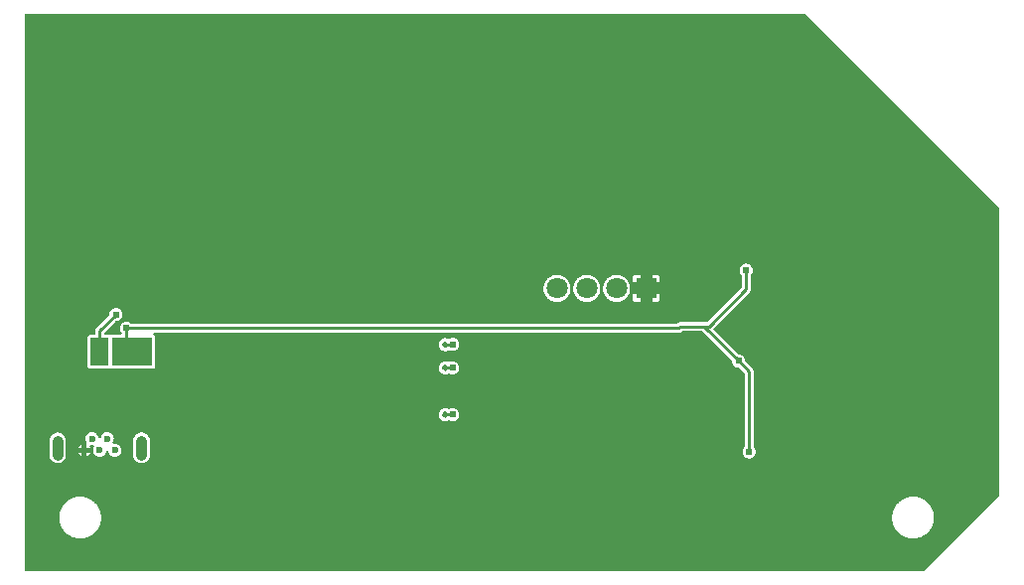
<source format=gbl>
G04 Layer: BottomLayer*
G04 EasyEDA v6.2.46, 2019-10-20T21:32:37+02:00*
G04 834a42cca3a14e42ac95e9e37959655c,75269f13ecf445cbab963e2f909655d1,10*
G04 Gerber Generator version 0.2*
G04 Scale: 100 percent, Rotated: No, Reflected: No *
G04 Dimensions in inches *
G04 leading zeros omitted , absolute positions ,2 integer and 4 decimal *
%FSLAX24Y24*%
%MOIN*%
G90*
G70D02*

%ADD10C,0.010000*%
%ADD11C,0.024000*%
%ADD19C,0.023622*%
%ADD20R,0.070866X0.070866*%
%ADD21C,0.070866*%
%ADD22C,0.035433*%

%LPD*%
G36*
G01X26291Y18811D02*
G01X140Y18811D01*
G01X135Y18810D01*
G01X129Y18809D01*
G01X124Y18807D01*
G01X114Y18801D01*
G01X110Y18797D01*
G01X104Y18787D01*
G01X102Y18782D01*
G01X101Y18776D01*
G01X101Y135D01*
G01X102Y129D01*
G01X104Y124D01*
G01X110Y114D01*
G01X114Y110D01*
G01X124Y104D01*
G01X129Y102D01*
G01X135Y101D01*
G01X30272Y101D01*
G01X30278Y102D01*
G01X30290Y108D01*
G01X32816Y2634D01*
G01X32822Y2646D01*
G01X32823Y2652D01*
G01X32823Y12285D01*
G01X32822Y12291D01*
G01X32816Y12303D01*
G01X32812Y12307D01*
G01X26319Y18799D01*
G01X26315Y18803D01*
G01X26303Y18809D01*
G01X26291Y18811D01*
G37*

%LPC*%
G36*
G01X24351Y10419D02*
G01X24325Y10421D01*
G01X24311Y10420D01*
G01X24298Y10419D01*
G01X24285Y10417D01*
G01X24272Y10414D01*
G01X24246Y10406D01*
G01X24234Y10401D01*
G01X24210Y10389D01*
G01X24188Y10373D01*
G01X24178Y10365D01*
G01X24168Y10356D01*
G01X24159Y10346D01*
G01X24151Y10336D01*
G01X24135Y10314D01*
G01X24123Y10290D01*
G01X24118Y10278D01*
G01X24110Y10252D01*
G01X24107Y10239D01*
G01X24105Y10226D01*
G01X24104Y10213D01*
G01X24103Y10199D01*
G01X24104Y10186D01*
G01X24105Y10172D01*
G01X24107Y10158D01*
G01X24110Y10145D01*
G01X24114Y10132D01*
G01X24124Y10106D01*
G01X24145Y10070D01*
G01X24154Y10059D01*
G01X24163Y10049D01*
G01X24167Y10044D01*
G01X24170Y10039D01*
G01X24172Y10033D01*
G01X24173Y10028D01*
G01X24173Y9622D01*
G01X24172Y9616D01*
G01X24169Y9610D01*
G01X24166Y9605D01*
G01X24162Y9600D01*
G01X23034Y8473D01*
G01X23024Y8465D01*
G01X23018Y8463D01*
G01X23006Y8461D01*
G01X22113Y8461D01*
G01X22089Y8457D01*
G01X22078Y8454D01*
G01X22067Y8450D01*
G01X22056Y8445D01*
G01X22046Y8439D01*
G01X22026Y8425D01*
G01X22013Y8412D01*
G01X22008Y8408D01*
G01X22003Y8405D01*
G01X21997Y8402D01*
G01X21991Y8401D01*
G01X3696Y8401D01*
G01X3691Y8402D01*
G01X3685Y8404D01*
G01X3680Y8407D01*
G01X3675Y8411D01*
G01X3665Y8420D01*
G01X3654Y8429D01*
G01X3618Y8450D01*
G01X3592Y8460D01*
G01X3579Y8464D01*
G01X3566Y8467D01*
G01X3552Y8469D01*
G01X3538Y8470D01*
G01X3525Y8471D01*
G01X3511Y8470D01*
G01X3498Y8469D01*
G01X3485Y8467D01*
G01X3472Y8464D01*
G01X3446Y8456D01*
G01X3434Y8451D01*
G01X3410Y8439D01*
G01X3388Y8423D01*
G01X3378Y8415D01*
G01X3368Y8406D01*
G01X3359Y8396D01*
G01X3351Y8386D01*
G01X3335Y8364D01*
G01X3323Y8340D01*
G01X3318Y8328D01*
G01X3310Y8302D01*
G01X3307Y8289D01*
G01X3305Y8276D01*
G01X3304Y8263D01*
G01X3303Y8249D01*
G01X3305Y8223D01*
G01X3307Y8210D01*
G01X3310Y8196D01*
G01X3314Y8184D01*
G01X3318Y8171D01*
G01X3323Y8159D01*
G01X3329Y8147D01*
G01X3336Y8135D01*
G01X3343Y8124D01*
G01X3351Y8113D01*
G01X3363Y8098D01*
G01X3366Y8093D01*
G01X3368Y8088D01*
G01X3369Y8082D01*
G01X3369Y8070D01*
G01X3368Y8065D01*
G01X3366Y8059D01*
G01X3363Y8054D01*
G01X3360Y8050D01*
G01X3356Y8046D01*
G01X3351Y8042D01*
G01X3341Y8038D01*
G01X3329Y8036D01*
G01X3039Y8036D01*
G01X3021Y8032D01*
G01X3012Y8029D01*
G01X3004Y8026D01*
G01X2998Y8023D01*
G01X2986Y8021D01*
G01X2974Y8023D01*
G01X2968Y8026D01*
G01X2960Y8029D01*
G01X2951Y8032D01*
G01X2933Y8036D01*
G01X2815Y8036D01*
G01X2809Y8037D01*
G01X2804Y8038D01*
G01X2794Y8042D01*
G01X2789Y8046D01*
G01X2785Y8050D01*
G01X2782Y8054D01*
G01X2779Y8059D01*
G01X2777Y8065D01*
G01X2775Y8070D01*
G01X2775Y8088D01*
G01X2779Y8100D01*
G01X2787Y8110D01*
G01X3154Y8478D01*
G01X3159Y8481D01*
G01X3164Y8485D01*
G01X3169Y8487D01*
G01X3175Y8489D01*
G01X3181Y8489D01*
G01X3195Y8490D01*
G01X3221Y8494D01*
G01X3235Y8498D01*
G01X3248Y8502D01*
G01X3260Y8507D01*
G01X3284Y8519D01*
G01X3296Y8526D01*
G01X3307Y8534D01*
G01X3318Y8543D01*
G01X3328Y8552D01*
G01X3346Y8572D01*
G01X3354Y8583D01*
G01X3361Y8594D01*
G01X3368Y8606D01*
G01X3374Y8618D01*
G01X3379Y8630D01*
G01X3384Y8643D01*
G01X3388Y8656D01*
G01X3391Y8670D01*
G01X3393Y8683D01*
G01X3394Y8697D01*
G01X3394Y8723D01*
G01X3393Y8737D01*
G01X3391Y8750D01*
G01X3388Y8763D01*
G01X3384Y8776D01*
G01X3380Y8788D01*
G01X3375Y8801D01*
G01X3369Y8813D01*
G01X3362Y8824D01*
G01X3355Y8836D01*
G01X3347Y8846D01*
G01X3339Y8857D01*
G01X3320Y8876D01*
G01X3310Y8884D01*
G01X3299Y8892D01*
G01X3288Y8899D01*
G01X3276Y8906D01*
G01X3264Y8912D01*
G01X3252Y8917D01*
G01X3226Y8925D01*
G01X3187Y8931D01*
G01X3160Y8931D01*
G01X3146Y8929D01*
G01X3133Y8927D01*
G01X3107Y8921D01*
G01X3081Y8911D01*
G01X3069Y8905D01*
G01X3057Y8898D01*
G01X3046Y8891D01*
G01X3035Y8883D01*
G01X3025Y8874D01*
G01X3015Y8864D01*
G01X2997Y8844D01*
G01X2989Y8833D01*
G01X2982Y8821D01*
G01X2970Y8797D01*
G01X2965Y8784D01*
G01X2961Y8771D01*
G01X2955Y8745D01*
G01X2953Y8732D01*
G01X2952Y8718D01*
G01X2952Y8712D01*
G01X2950Y8706D01*
G01X2948Y8701D01*
G01X2945Y8696D01*
G01X2941Y8691D01*
G01X2516Y8267D01*
G01X2508Y8258D01*
G01X2501Y8249D01*
G01X2489Y8229D01*
G01X2484Y8218D01*
G01X2480Y8207D01*
G01X2476Y8195D01*
G01X2474Y8184D01*
G01X2472Y8160D01*
G01X2472Y8159D01*
G01X2473Y8076D01*
G01X2473Y8070D01*
G01X2471Y8065D01*
G01X2469Y8059D01*
G01X2467Y8054D01*
G01X2455Y8042D01*
G01X2450Y8040D01*
G01X2444Y8038D01*
G01X2439Y8037D01*
G01X2433Y8036D01*
G01X2314Y8036D01*
G01X2296Y8032D01*
G01X2278Y8026D01*
G01X2262Y8016D01*
G01X2255Y8010D01*
G01X2243Y7996D01*
G01X2237Y7988D01*
G01X2229Y7972D01*
G01X2226Y7963D01*
G01X2224Y7954D01*
G01X2223Y7944D01*
G01X2222Y7935D01*
G01X2222Y6985D01*
G01X2224Y6967D01*
G01X2226Y6957D01*
G01X2229Y6949D01*
G01X2233Y6940D01*
G01X2237Y6932D01*
G01X2243Y6924D01*
G01X2255Y6910D01*
G01X2262Y6905D01*
G01X2270Y6899D01*
G01X2278Y6895D01*
G01X2287Y6891D01*
G01X2296Y6888D01*
G01X2305Y6886D01*
G01X2323Y6884D01*
G01X2923Y6884D01*
G01X2933Y6885D01*
G01X2942Y6886D01*
G01X2951Y6888D01*
G01X2960Y6891D01*
G01X2968Y6895D01*
G01X2974Y6897D01*
G01X2986Y6899D01*
G01X2998Y6897D01*
G01X3004Y6895D01*
G01X3012Y6891D01*
G01X3021Y6888D01*
G01X3030Y6886D01*
G01X3048Y6884D01*
G01X4398Y6884D01*
G01X4408Y6885D01*
G01X4417Y6886D01*
G01X4426Y6888D01*
G01X4435Y6891D01*
G01X4451Y6899D01*
G01X4459Y6905D01*
G01X4466Y6910D01*
G01X4473Y6917D01*
G01X4479Y6924D01*
G01X4489Y6940D01*
G01X4492Y6949D01*
G01X4495Y6957D01*
G01X4498Y6967D01*
G01X4499Y6976D01*
G01X4499Y7945D01*
G01X4497Y7955D01*
G01X4495Y7964D01*
G01X4492Y7973D01*
G01X4488Y7982D01*
G01X4483Y7991D01*
G01X4477Y7998D01*
G01X4470Y8006D01*
G01X4463Y8012D01*
G01X4455Y8018D01*
G01X4447Y8023D01*
G01X4442Y8027D01*
G01X4438Y8031D01*
G01X4434Y8036D01*
G01X4431Y8041D01*
G01X4428Y8047D01*
G01X4427Y8052D01*
G01X4427Y8064D01*
G01X4428Y8070D01*
G01X4430Y8075D01*
G01X4436Y8085D01*
G01X4440Y8089D01*
G01X4450Y8095D01*
G01X4455Y8097D01*
G01X4461Y8098D01*
G01X22064Y8098D01*
G01X22088Y8100D01*
G01X22099Y8103D01*
G01X22111Y8106D01*
G01X22122Y8110D01*
G01X22132Y8115D01*
G01X22143Y8121D01*
G01X22153Y8127D01*
G01X22171Y8143D01*
G01X22175Y8147D01*
G01X22185Y8155D01*
G01X22197Y8159D01*
G01X22841Y8159D01*
G01X22853Y8155D01*
G01X22863Y8147D01*
G01X23842Y7169D01*
G01X23846Y7164D01*
G01X23849Y7159D01*
G01X23851Y7153D01*
G01X23853Y7148D01*
G01X23854Y7142D01*
G01X23856Y7114D01*
G01X23859Y7101D01*
G01X23862Y7087D01*
G01X23872Y7061D01*
G01X23884Y7037D01*
G01X23892Y7025D01*
G01X23900Y7014D01*
G01X23909Y7003D01*
G01X23918Y6993D01*
G01X23928Y6984D01*
G01X23939Y6975D01*
G01X23950Y6967D01*
G01X23962Y6959D01*
G01X23986Y6947D01*
G01X24012Y6937D01*
G01X24026Y6934D01*
G01X24039Y6931D01*
G01X24067Y6929D01*
G01X24073Y6928D01*
G01X24078Y6926D01*
G01X24084Y6924D01*
G01X24089Y6921D01*
G01X24094Y6917D01*
G01X24262Y6749D01*
G01X24266Y6744D01*
G01X24269Y6739D01*
G01X24272Y6733D01*
G01X24273Y6727D01*
G01X24273Y4271D01*
G01X24272Y4266D01*
G01X24270Y4260D01*
G01X24267Y4255D01*
G01X24263Y4250D01*
G01X24254Y4240D01*
G01X24245Y4229D01*
G01X24224Y4193D01*
G01X24214Y4167D01*
G01X24210Y4154D01*
G01X24207Y4141D01*
G01X24205Y4127D01*
G01X24204Y4113D01*
G01X24203Y4100D01*
G01X24204Y4086D01*
G01X24205Y4073D01*
G01X24207Y4060D01*
G01X24210Y4047D01*
G01X24218Y4021D01*
G01X24223Y4009D01*
G01X24235Y3985D01*
G01X24251Y3963D01*
G01X24259Y3953D01*
G01X24268Y3943D01*
G01X24278Y3934D01*
G01X24288Y3926D01*
G01X24310Y3910D01*
G01X24334Y3898D01*
G01X24346Y3893D01*
G01X24372Y3885D01*
G01X24385Y3882D01*
G01X24398Y3880D01*
G01X24411Y3879D01*
G01X24425Y3878D01*
G01X24451Y3880D01*
G01X24464Y3882D01*
G01X24477Y3885D01*
G01X24503Y3893D01*
G01X24515Y3898D01*
G01X24539Y3910D01*
G01X24561Y3926D01*
G01X24571Y3934D01*
G01X24581Y3943D01*
G01X24590Y3953D01*
G01X24598Y3963D01*
G01X24614Y3985D01*
G01X24626Y4009D01*
G01X24631Y4021D01*
G01X24639Y4047D01*
G01X24642Y4060D01*
G01X24644Y4073D01*
G01X24645Y4086D01*
G01X24646Y4100D01*
G01X24645Y4113D01*
G01X24644Y4127D01*
G01X24642Y4141D01*
G01X24639Y4154D01*
G01X24635Y4167D01*
G01X24625Y4193D01*
G01X24604Y4229D01*
G01X24595Y4240D01*
G01X24586Y4250D01*
G01X24582Y4255D01*
G01X24579Y4260D01*
G01X24577Y4266D01*
G01X24576Y4271D01*
G01X24576Y6799D01*
G01X24574Y6823D01*
G01X24571Y6835D01*
G01X24568Y6846D01*
G01X24564Y6857D01*
G01X24559Y6868D01*
G01X24547Y6888D01*
G01X24539Y6898D01*
G01X24307Y7130D01*
G01X24303Y7135D01*
G01X24300Y7140D01*
G01X24298Y7146D01*
G01X24296Y7151D01*
G01X24295Y7157D01*
G01X24293Y7185D01*
G01X24290Y7198D01*
G01X24287Y7212D01*
G01X24277Y7238D01*
G01X24265Y7262D01*
G01X24257Y7274D01*
G01X24249Y7285D01*
G01X24240Y7296D01*
G01X24231Y7306D01*
G01X24221Y7315D01*
G01X24210Y7324D01*
G01X24199Y7332D01*
G01X24187Y7340D01*
G01X24163Y7352D01*
G01X24137Y7362D01*
G01X24123Y7365D01*
G01X24110Y7368D01*
G01X24082Y7370D01*
G01X24076Y7371D01*
G01X24071Y7373D01*
G01X24065Y7375D01*
G01X24060Y7378D01*
G01X24055Y7382D01*
G01X23241Y8196D01*
G01X23237Y8201D01*
G01X23234Y8206D01*
G01X23230Y8218D01*
G01X23230Y8231D01*
G01X23234Y8243D01*
G01X23237Y8248D01*
G01X23241Y8253D01*
G01X24439Y9451D01*
G01X24447Y9461D01*
G01X24459Y9481D01*
G01X24464Y9492D01*
G01X24468Y9503D01*
G01X24471Y9514D01*
G01X24474Y9526D01*
G01X24476Y9550D01*
G01X24476Y10028D01*
G01X24477Y10033D01*
G01X24479Y10039D01*
G01X24482Y10044D01*
G01X24486Y10049D01*
G01X24495Y10059D01*
G01X24504Y10070D01*
G01X24525Y10106D01*
G01X24535Y10132D01*
G01X24539Y10145D01*
G01X24542Y10158D01*
G01X24544Y10172D01*
G01X24546Y10200D01*
G01X24544Y10226D01*
G01X24542Y10239D01*
G01X24539Y10252D01*
G01X24531Y10278D01*
G01X24526Y10290D01*
G01X24514Y10314D01*
G01X24498Y10336D01*
G01X24490Y10346D01*
G01X24481Y10356D01*
G01X24471Y10365D01*
G01X24461Y10373D01*
G01X24439Y10389D01*
G01X24415Y10401D01*
G01X24403Y10406D01*
G01X24377Y10414D01*
G01X24364Y10417D01*
G01X24351Y10419D01*
G37*
G36*
G01X1998Y2600D02*
G01X1975Y2601D01*
G01X1927Y2599D01*
G01X1903Y2597D01*
G01X1879Y2594D01*
G01X1855Y2590D01*
G01X1832Y2586D01*
G01X1809Y2581D01*
G01X1785Y2575D01*
G01X1762Y2568D01*
G01X1740Y2560D01*
G01X1717Y2552D01*
G01X1695Y2542D01*
G01X1673Y2533D01*
G01X1631Y2511D01*
G01X1610Y2498D01*
G01X1590Y2486D01*
G01X1570Y2472D01*
G01X1551Y2458D01*
G01X1532Y2443D01*
G01X1514Y2428D01*
G01X1496Y2412D01*
G01X1462Y2378D01*
G01X1446Y2360D01*
G01X1431Y2342D01*
G01X1416Y2323D01*
G01X1402Y2304D01*
G01X1388Y2284D01*
G01X1376Y2264D01*
G01X1363Y2243D01*
G01X1341Y2201D01*
G01X1332Y2179D01*
G01X1322Y2157D01*
G01X1314Y2134D01*
G01X1306Y2112D01*
G01X1299Y2089D01*
G01X1293Y2065D01*
G01X1288Y2042D01*
G01X1284Y2019D01*
G01X1280Y1995D01*
G01X1277Y1971D01*
G01X1275Y1947D01*
G01X1274Y1923D01*
G01X1273Y1900D01*
G01X1275Y1852D01*
G01X1277Y1828D01*
G01X1280Y1804D01*
G01X1284Y1780D01*
G01X1288Y1757D01*
G01X1293Y1734D01*
G01X1299Y1710D01*
G01X1306Y1687D01*
G01X1314Y1665D01*
G01X1322Y1642D01*
G01X1332Y1620D01*
G01X1341Y1598D01*
G01X1363Y1556D01*
G01X1376Y1535D01*
G01X1388Y1515D01*
G01X1402Y1495D01*
G01X1416Y1476D01*
G01X1431Y1457D01*
G01X1446Y1439D01*
G01X1462Y1421D01*
G01X1496Y1387D01*
G01X1514Y1371D01*
G01X1532Y1356D01*
G01X1551Y1341D01*
G01X1570Y1327D01*
G01X1590Y1313D01*
G01X1610Y1301D01*
G01X1631Y1288D01*
G01X1673Y1266D01*
G01X1695Y1257D01*
G01X1717Y1247D01*
G01X1740Y1239D01*
G01X1762Y1231D01*
G01X1785Y1224D01*
G01X1809Y1218D01*
G01X1832Y1213D01*
G01X1855Y1209D01*
G01X1879Y1205D01*
G01X1903Y1202D01*
G01X1927Y1200D01*
G01X1975Y1198D01*
G01X1998Y1199D01*
G01X2022Y1200D01*
G01X2046Y1202D01*
G01X2070Y1205D01*
G01X2094Y1209D01*
G01X2117Y1213D01*
G01X2140Y1218D01*
G01X2164Y1224D01*
G01X2187Y1231D01*
G01X2209Y1239D01*
G01X2232Y1247D01*
G01X2254Y1257D01*
G01X2276Y1266D01*
G01X2318Y1288D01*
G01X2339Y1301D01*
G01X2359Y1313D01*
G01X2379Y1327D01*
G01X2398Y1341D01*
G01X2417Y1356D01*
G01X2435Y1371D01*
G01X2453Y1387D01*
G01X2487Y1421D01*
G01X2503Y1439D01*
G01X2518Y1457D01*
G01X2533Y1476D01*
G01X2547Y1495D01*
G01X2561Y1515D01*
G01X2573Y1535D01*
G01X2586Y1556D01*
G01X2608Y1598D01*
G01X2617Y1620D01*
G01X2627Y1642D01*
G01X2635Y1665D01*
G01X2643Y1687D01*
G01X2650Y1710D01*
G01X2656Y1734D01*
G01X2661Y1757D01*
G01X2665Y1780D01*
G01X2669Y1804D01*
G01X2672Y1828D01*
G01X2674Y1852D01*
G01X2676Y1900D01*
G01X2675Y1923D01*
G01X2674Y1947D01*
G01X2672Y1971D01*
G01X2669Y1995D01*
G01X2665Y2019D01*
G01X2661Y2042D01*
G01X2656Y2065D01*
G01X2650Y2089D01*
G01X2643Y2112D01*
G01X2635Y2134D01*
G01X2627Y2157D01*
G01X2617Y2179D01*
G01X2608Y2201D01*
G01X2586Y2243D01*
G01X2573Y2264D01*
G01X2561Y2284D01*
G01X2547Y2304D01*
G01X2533Y2323D01*
G01X2518Y2342D01*
G01X2503Y2360D01*
G01X2487Y2378D01*
G01X2453Y2412D01*
G01X2435Y2428D01*
G01X2417Y2443D01*
G01X2398Y2458D01*
G01X2379Y2472D01*
G01X2359Y2486D01*
G01X2339Y2498D01*
G01X2318Y2511D01*
G01X2276Y2533D01*
G01X2254Y2542D01*
G01X2232Y2552D01*
G01X2209Y2560D01*
G01X2187Y2568D01*
G01X2164Y2575D01*
G01X2140Y2581D01*
G01X2117Y2586D01*
G01X2094Y2590D01*
G01X2070Y2594D01*
G01X2046Y2597D01*
G01X2022Y2599D01*
G01X1998Y2600D01*
G37*
G36*
G01X29948Y2600D02*
G01X29925Y2601D01*
G01X29877Y2599D01*
G01X29853Y2597D01*
G01X29829Y2594D01*
G01X29805Y2590D01*
G01X29782Y2586D01*
G01X29759Y2581D01*
G01X29735Y2575D01*
G01X29712Y2568D01*
G01X29690Y2560D01*
G01X29667Y2552D01*
G01X29645Y2542D01*
G01X29623Y2533D01*
G01X29581Y2511D01*
G01X29560Y2498D01*
G01X29540Y2486D01*
G01X29520Y2472D01*
G01X29501Y2458D01*
G01X29482Y2443D01*
G01X29464Y2428D01*
G01X29446Y2412D01*
G01X29412Y2378D01*
G01X29396Y2360D01*
G01X29381Y2342D01*
G01X29366Y2323D01*
G01X29352Y2304D01*
G01X29338Y2284D01*
G01X29326Y2264D01*
G01X29313Y2243D01*
G01X29291Y2201D01*
G01X29282Y2179D01*
G01X29272Y2157D01*
G01X29264Y2134D01*
G01X29256Y2112D01*
G01X29249Y2089D01*
G01X29243Y2065D01*
G01X29238Y2042D01*
G01X29234Y2019D01*
G01X29230Y1995D01*
G01X29227Y1971D01*
G01X29225Y1947D01*
G01X29223Y1899D01*
G01X29225Y1852D01*
G01X29227Y1828D01*
G01X29230Y1804D01*
G01X29234Y1780D01*
G01X29238Y1757D01*
G01X29243Y1734D01*
G01X29249Y1710D01*
G01X29256Y1687D01*
G01X29264Y1665D01*
G01X29272Y1642D01*
G01X29282Y1620D01*
G01X29291Y1598D01*
G01X29313Y1556D01*
G01X29326Y1535D01*
G01X29338Y1515D01*
G01X29352Y1495D01*
G01X29366Y1476D01*
G01X29381Y1457D01*
G01X29396Y1439D01*
G01X29412Y1421D01*
G01X29446Y1387D01*
G01X29464Y1371D01*
G01X29482Y1356D01*
G01X29501Y1341D01*
G01X29520Y1327D01*
G01X29540Y1313D01*
G01X29560Y1301D01*
G01X29581Y1288D01*
G01X29623Y1266D01*
G01X29645Y1257D01*
G01X29667Y1247D01*
G01X29690Y1239D01*
G01X29712Y1231D01*
G01X29735Y1224D01*
G01X29759Y1218D01*
G01X29782Y1213D01*
G01X29805Y1209D01*
G01X29829Y1205D01*
G01X29853Y1202D01*
G01X29877Y1200D01*
G01X29925Y1198D01*
G01X29948Y1199D01*
G01X29972Y1200D01*
G01X29996Y1202D01*
G01X30020Y1205D01*
G01X30044Y1209D01*
G01X30067Y1213D01*
G01X30090Y1218D01*
G01X30114Y1224D01*
G01X30137Y1231D01*
G01X30159Y1239D01*
G01X30182Y1247D01*
G01X30204Y1257D01*
G01X30226Y1266D01*
G01X30268Y1288D01*
G01X30289Y1301D01*
G01X30309Y1313D01*
G01X30329Y1327D01*
G01X30348Y1341D01*
G01X30367Y1356D01*
G01X30385Y1371D01*
G01X30403Y1387D01*
G01X30437Y1421D01*
G01X30453Y1439D01*
G01X30468Y1457D01*
G01X30483Y1476D01*
G01X30497Y1495D01*
G01X30511Y1515D01*
G01X30523Y1535D01*
G01X30536Y1556D01*
G01X30558Y1598D01*
G01X30567Y1620D01*
G01X30577Y1642D01*
G01X30585Y1665D01*
G01X30593Y1687D01*
G01X30600Y1710D01*
G01X30606Y1734D01*
G01X30611Y1757D01*
G01X30615Y1780D01*
G01X30619Y1804D01*
G01X30622Y1828D01*
G01X30624Y1852D01*
G01X30626Y1900D01*
G01X30625Y1923D01*
G01X30624Y1947D01*
G01X30622Y1971D01*
G01X30619Y1995D01*
G01X30615Y2019D01*
G01X30611Y2042D01*
G01X30606Y2065D01*
G01X30600Y2089D01*
G01X30593Y2112D01*
G01X30585Y2134D01*
G01X30577Y2157D01*
G01X30567Y2179D01*
G01X30558Y2201D01*
G01X30536Y2243D01*
G01X30523Y2264D01*
G01X30511Y2284D01*
G01X30497Y2304D01*
G01X30483Y2323D01*
G01X30468Y2342D01*
G01X30453Y2360D01*
G01X30437Y2378D01*
G01X30403Y2412D01*
G01X30385Y2428D01*
G01X30367Y2443D01*
G01X30348Y2458D01*
G01X30329Y2472D01*
G01X30309Y2486D01*
G01X30289Y2498D01*
G01X30268Y2511D01*
G01X30226Y2533D01*
G01X30204Y2542D01*
G01X30182Y2552D01*
G01X30159Y2560D01*
G01X30137Y2568D01*
G01X30114Y2575D01*
G01X30090Y2581D01*
G01X30067Y2586D01*
G01X30044Y2590D01*
G01X30020Y2594D01*
G01X29996Y2597D01*
G01X29972Y2599D01*
G01X29948Y2600D01*
G37*
G36*
G01X2383Y4765D02*
G01X2356Y4765D01*
G01X2343Y4764D01*
G01X2330Y4762D01*
G01X2317Y4759D01*
G01X2304Y4755D01*
G01X2292Y4751D01*
G01X2279Y4746D01*
G01X2267Y4740D01*
G01X2256Y4734D01*
G01X2245Y4727D01*
G01X2234Y4719D01*
G01X2214Y4701D01*
G01X2205Y4692D01*
G01X2197Y4681D01*
G01X2189Y4671D01*
G01X2182Y4660D01*
G01X2175Y4648D01*
G01X2169Y4636D01*
G01X2164Y4624D01*
G01X2160Y4611D01*
G01X2157Y4599D01*
G01X2154Y4586D01*
G01X2152Y4573D01*
G01X2151Y4560D01*
G01X2150Y4546D01*
G01X2151Y4533D01*
G01X2152Y4519D01*
G01X2154Y4506D01*
G01X2157Y4493D01*
G01X2165Y4467D01*
G01X2170Y4454D01*
G01X2177Y4442D01*
G01X2183Y4430D01*
G01X2190Y4420D01*
G01X2193Y4415D01*
G01X2196Y4409D01*
G01X2197Y4403D01*
G01X2197Y4237D01*
G01X2316Y4237D01*
G01X2308Y4253D01*
G01X2299Y4269D01*
G01X2296Y4275D01*
G01X2294Y4282D01*
G01X2293Y4290D01*
G01X2294Y4295D01*
G01X2295Y4301D01*
G01X2297Y4306D01*
G01X2303Y4316D01*
G01X2307Y4320D01*
G01X2317Y4326D01*
G01X2322Y4328D01*
G01X2328Y4329D01*
G01X2333Y4330D01*
G01X2339Y4329D01*
G01X2369Y4327D01*
G01X2385Y4328D01*
G01X2400Y4329D01*
G01X2405Y4330D01*
G01X2417Y4328D01*
G01X2422Y4326D01*
G01X2432Y4320D01*
G01X2436Y4316D01*
G01X2442Y4306D01*
G01X2444Y4301D01*
G01X2445Y4295D01*
G01X2445Y4282D01*
G01X2443Y4275D01*
G01X2439Y4269D01*
G01X2432Y4256D01*
G01X2426Y4243D01*
G01X2420Y4229D01*
G01X2415Y4215D01*
G01X2409Y4187D01*
G01X2407Y4170D01*
G01X2406Y4153D01*
G01X2407Y4135D01*
G01X2409Y4118D01*
G01X2411Y4105D01*
G01X2419Y4079D01*
G01X2424Y4067D01*
G01X2429Y4054D01*
G01X2436Y4043D01*
G01X2443Y4031D01*
G01X2451Y4020D01*
G01X2459Y4010D01*
G01X2468Y4000D01*
G01X2478Y3990D01*
G01X2488Y3982D01*
G01X2510Y3966D01*
G01X2522Y3959D01*
G01X2534Y3953D01*
G01X2546Y3948D01*
G01X2572Y3940D01*
G01X2585Y3937D01*
G01X2598Y3935D01*
G01X2612Y3934D01*
G01X2625Y3933D01*
G01X2639Y3934D01*
G01X2652Y3935D01*
G01X2665Y3937D01*
G01X2679Y3940D01*
G01X2691Y3944D01*
G01X2704Y3948D01*
G01X2717Y3953D01*
G01X2729Y3959D01*
G01X2740Y3966D01*
G01X2752Y3974D01*
G01X2762Y3982D01*
G01X2773Y3990D01*
G01X2800Y4020D01*
G01X2808Y4031D01*
G01X2815Y4043D01*
G01X2821Y4054D01*
G01X2827Y4067D01*
G01X2832Y4079D01*
G01X2836Y4092D01*
G01X2842Y4118D01*
G01X2843Y4124D01*
G01X2845Y4129D01*
G01X2848Y4134D01*
G01X2851Y4138D01*
G01X2855Y4142D01*
G01X2860Y4146D01*
G01X2875Y4152D01*
G01X2887Y4152D01*
G01X2892Y4150D01*
G01X2898Y4148D01*
G01X2903Y4146D01*
G01X2915Y4134D01*
G01X2919Y4124D01*
G01X2921Y4118D01*
G01X2923Y4105D01*
G01X2926Y4092D01*
G01X2931Y4079D01*
G01X2935Y4067D01*
G01X2941Y4054D01*
G01X2948Y4043D01*
G01X2955Y4031D01*
G01X2962Y4020D01*
G01X2980Y4000D01*
G01X2990Y3990D01*
G01X3000Y3982D01*
G01X3022Y3966D01*
G01X3034Y3959D01*
G01X3046Y3953D01*
G01X3058Y3948D01*
G01X3084Y3940D01*
G01X3097Y3937D01*
G01X3110Y3935D01*
G01X3124Y3934D01*
G01X3137Y3933D01*
G01X3163Y3935D01*
G01X3176Y3937D01*
G01X3202Y3943D01*
G01X3215Y3948D01*
G01X3227Y3953D01*
G01X3239Y3959D01*
G01X3250Y3965D01*
G01X3261Y3972D01*
G01X3272Y3980D01*
G01X3292Y3998D01*
G01X3301Y4007D01*
G01X3309Y4017D01*
G01X3325Y4039D01*
G01X3337Y4063D01*
G01X3342Y4075D01*
G01X3346Y4087D01*
G01X3350Y4100D01*
G01X3353Y4113D01*
G01X3355Y4126D01*
G01X3356Y4139D01*
G01X3356Y4166D01*
G01X3355Y4179D01*
G01X3353Y4192D01*
G01X3350Y4205D01*
G01X3346Y4218D01*
G01X3342Y4230D01*
G01X3337Y4243D01*
G01X3331Y4254D01*
G01X3325Y4266D01*
G01X3309Y4288D01*
G01X3301Y4298D01*
G01X3292Y4308D01*
G01X3282Y4317D01*
G01X3272Y4325D01*
G01X3261Y4333D01*
G01X3239Y4347D01*
G01X3215Y4357D01*
G01X3202Y4362D01*
G01X3176Y4368D01*
G01X3163Y4370D01*
G01X3137Y4372D01*
G01X3107Y4370D01*
G01X3101Y4369D01*
G01X3095Y4370D01*
G01X3090Y4371D01*
G01X3084Y4373D01*
G01X3079Y4376D01*
G01X3075Y4379D01*
G01X3071Y4383D01*
G01X3067Y4388D01*
G01X3061Y4403D01*
G01X3061Y4409D01*
G01X3062Y4417D01*
G01X3064Y4424D01*
G01X3067Y4430D01*
G01X3074Y4442D01*
G01X3080Y4454D01*
G01X3090Y4480D01*
G01X3094Y4493D01*
G01X3096Y4506D01*
G01X3099Y4519D01*
G01X3100Y4533D01*
G01X3100Y4560D01*
G01X3099Y4573D01*
G01X3097Y4586D01*
G01X3094Y4599D01*
G01X3090Y4611D01*
G01X3086Y4624D01*
G01X3081Y4636D01*
G01X3069Y4660D01*
G01X3061Y4671D01*
G01X3054Y4681D01*
G01X3045Y4692D01*
G01X3036Y4701D01*
G01X3016Y4719D01*
G01X3006Y4727D01*
G01X2994Y4734D01*
G01X2983Y4740D01*
G01X2971Y4746D01*
G01X2959Y4751D01*
G01X2946Y4755D01*
G01X2934Y4759D01*
G01X2921Y4762D01*
G01X2908Y4764D01*
G01X2894Y4765D01*
G01X2868Y4765D01*
G01X2854Y4764D01*
G01X2841Y4762D01*
G01X2828Y4759D01*
G01X2802Y4751D01*
G01X2766Y4733D01*
G01X2744Y4717D01*
G01X2724Y4699D01*
G01X2715Y4689D01*
G01X2707Y4679D01*
G01X2699Y4668D01*
G01X2692Y4656D01*
G01X2685Y4645D01*
G01X2680Y4632D01*
G01X2675Y4620D01*
G01X2667Y4594D01*
G01X2665Y4581D01*
G01X2663Y4575D01*
G01X2659Y4565D01*
G01X2655Y4560D01*
G01X2651Y4557D01*
G01X2647Y4553D01*
G01X2642Y4551D01*
G01X2636Y4549D01*
G01X2631Y4547D01*
G01X2620Y4547D01*
G01X2614Y4549D01*
G01X2604Y4553D01*
G01X2599Y4557D01*
G01X2595Y4560D01*
G01X2589Y4570D01*
G01X2587Y4575D01*
G01X2586Y4581D01*
G01X2580Y4607D01*
G01X2576Y4620D01*
G01X2571Y4632D01*
G01X2565Y4645D01*
G01X2559Y4656D01*
G01X2552Y4668D01*
G01X2544Y4679D01*
G01X2526Y4699D01*
G01X2517Y4708D01*
G01X2506Y4717D01*
G01X2496Y4725D01*
G01X2484Y4733D01*
G01X2473Y4739D01*
G01X2461Y4745D01*
G01X2448Y4751D01*
G01X2436Y4755D01*
G01X2423Y4759D01*
G01X2409Y4762D01*
G01X2396Y4764D01*
G01X2383Y4765D01*
G37*
G36*
G01X18995Y10044D02*
G01X18956Y10044D01*
G01X18937Y10043D01*
G01X18918Y10041D01*
G01X18899Y10038D01*
G01X18861Y10030D01*
G01X18842Y10024D01*
G01X18824Y10018D01*
G01X18788Y10004D01*
G01X18737Y9977D01*
G01X18705Y9955D01*
G01X18675Y9931D01*
G01X18661Y9918D01*
G01X18647Y9904D01*
G01X18634Y9890D01*
G01X18621Y9875D01*
G01X18610Y9860D01*
G01X18598Y9844D01*
G01X18588Y9828D01*
G01X18578Y9811D01*
G01X18569Y9794D01*
G01X18561Y9776D01*
G01X18553Y9759D01*
G01X18546Y9741D01*
G01X18540Y9722D01*
G01X18535Y9704D01*
G01X18527Y9666D01*
G01X18524Y9647D01*
G01X18522Y9628D01*
G01X18521Y9608D01*
G01X18520Y9589D01*
G01X18521Y9570D01*
G01X18522Y9550D01*
G01X18524Y9531D01*
G01X18527Y9512D01*
G01X18535Y9474D01*
G01X18540Y9456D01*
G01X18546Y9437D01*
G01X18553Y9419D01*
G01X18561Y9401D01*
G01X18569Y9384D01*
G01X18578Y9367D01*
G01X18588Y9350D01*
G01X18598Y9334D01*
G01X18610Y9318D01*
G01X18621Y9303D01*
G01X18634Y9288D01*
G01X18647Y9274D01*
G01X18661Y9260D01*
G01X18675Y9247D01*
G01X18705Y9223D01*
G01X18737Y9201D01*
G01X18754Y9191D01*
G01X18771Y9182D01*
G01X18788Y9174D01*
G01X18806Y9166D01*
G01X18842Y9154D01*
G01X18861Y9148D01*
G01X18899Y9140D01*
G01X18918Y9137D01*
G01X18937Y9135D01*
G01X18956Y9134D01*
G01X18995Y9134D01*
G01X19014Y9135D01*
G01X19034Y9137D01*
G01X19053Y9140D01*
G01X19072Y9144D01*
G01X19090Y9148D01*
G01X19109Y9154D01*
G01X19145Y9166D01*
G01X19181Y9182D01*
G01X19198Y9191D01*
G01X19214Y9201D01*
G01X19231Y9212D01*
G01X19246Y9223D01*
G01X19262Y9235D01*
G01X19277Y9247D01*
G01X19291Y9260D01*
G01X19304Y9274D01*
G01X19318Y9288D01*
G01X19342Y9318D01*
G01X19353Y9334D01*
G01X19363Y9350D01*
G01X19373Y9367D01*
G01X19391Y9401D01*
G01X19405Y9437D01*
G01X19411Y9456D01*
G01X19416Y9474D01*
G01X19421Y9493D01*
G01X19427Y9531D01*
G01X19429Y9550D01*
G01X19431Y9570D01*
G01X19431Y9608D01*
G01X19429Y9628D01*
G01X19427Y9647D01*
G01X19421Y9685D01*
G01X19416Y9704D01*
G01X19411Y9722D01*
G01X19405Y9741D01*
G01X19398Y9759D01*
G01X19391Y9776D01*
G01X19382Y9794D01*
G01X19373Y9811D01*
G01X19363Y9828D01*
G01X19353Y9844D01*
G01X19342Y9860D01*
G01X19318Y9890D01*
G01X19304Y9904D01*
G01X19291Y9918D01*
G01X19277Y9931D01*
G01X19262Y9943D01*
G01X19246Y9955D01*
G01X19231Y9966D01*
G01X19214Y9977D01*
G01X19198Y9986D01*
G01X19181Y9995D01*
G01X19163Y10004D01*
G01X19127Y10018D01*
G01X19109Y10024D01*
G01X19090Y10030D01*
G01X19072Y10034D01*
G01X19053Y10038D01*
G01X19034Y10041D01*
G01X19014Y10043D01*
G01X18995Y10044D01*
G37*
G36*
G01X19995Y10044D02*
G01X19956Y10044D01*
G01X19937Y10043D01*
G01X19918Y10041D01*
G01X19899Y10038D01*
G01X19861Y10030D01*
G01X19842Y10024D01*
G01X19824Y10018D01*
G01X19788Y10004D01*
G01X19737Y9977D01*
G01X19705Y9955D01*
G01X19675Y9931D01*
G01X19661Y9918D01*
G01X19647Y9904D01*
G01X19634Y9890D01*
G01X19621Y9875D01*
G01X19610Y9860D01*
G01X19598Y9844D01*
G01X19588Y9828D01*
G01X19578Y9811D01*
G01X19569Y9794D01*
G01X19561Y9776D01*
G01X19553Y9759D01*
G01X19546Y9741D01*
G01X19540Y9722D01*
G01X19535Y9704D01*
G01X19527Y9666D01*
G01X19524Y9647D01*
G01X19522Y9628D01*
G01X19521Y9608D01*
G01X19520Y9589D01*
G01X19521Y9570D01*
G01X19522Y9550D01*
G01X19524Y9531D01*
G01X19527Y9512D01*
G01X19535Y9474D01*
G01X19540Y9456D01*
G01X19546Y9437D01*
G01X19553Y9419D01*
G01X19561Y9401D01*
G01X19569Y9384D01*
G01X19578Y9367D01*
G01X19588Y9350D01*
G01X19598Y9334D01*
G01X19610Y9318D01*
G01X19621Y9303D01*
G01X19634Y9288D01*
G01X19647Y9274D01*
G01X19661Y9260D01*
G01X19675Y9247D01*
G01X19705Y9223D01*
G01X19737Y9201D01*
G01X19754Y9191D01*
G01X19771Y9182D01*
G01X19788Y9174D01*
G01X19806Y9166D01*
G01X19842Y9154D01*
G01X19861Y9148D01*
G01X19899Y9140D01*
G01X19918Y9137D01*
G01X19937Y9135D01*
G01X19956Y9134D01*
G01X19995Y9134D01*
G01X20014Y9135D01*
G01X20034Y9137D01*
G01X20053Y9140D01*
G01X20072Y9144D01*
G01X20090Y9148D01*
G01X20109Y9154D01*
G01X20145Y9166D01*
G01X20181Y9182D01*
G01X20198Y9191D01*
G01X20214Y9201D01*
G01X20231Y9212D01*
G01X20246Y9223D01*
G01X20262Y9235D01*
G01X20277Y9247D01*
G01X20291Y9260D01*
G01X20304Y9274D01*
G01X20318Y9288D01*
G01X20342Y9318D01*
G01X20353Y9334D01*
G01X20363Y9350D01*
G01X20373Y9367D01*
G01X20391Y9401D01*
G01X20405Y9437D01*
G01X20411Y9456D01*
G01X20416Y9474D01*
G01X20421Y9493D01*
G01X20427Y9531D01*
G01X20429Y9550D01*
G01X20431Y9570D01*
G01X20431Y9608D01*
G01X20429Y9628D01*
G01X20427Y9647D01*
G01X20421Y9685D01*
G01X20416Y9704D01*
G01X20411Y9722D01*
G01X20405Y9741D01*
G01X20398Y9759D01*
G01X20391Y9776D01*
G01X20382Y9794D01*
G01X20373Y9811D01*
G01X20363Y9828D01*
G01X20353Y9844D01*
G01X20342Y9860D01*
G01X20318Y9890D01*
G01X20304Y9904D01*
G01X20291Y9918D01*
G01X20277Y9931D01*
G01X20262Y9943D01*
G01X20246Y9955D01*
G01X20231Y9966D01*
G01X20214Y9977D01*
G01X20198Y9986D01*
G01X20181Y9995D01*
G01X20163Y10004D01*
G01X20127Y10018D01*
G01X20109Y10024D01*
G01X20090Y10030D01*
G01X20072Y10034D01*
G01X20053Y10038D01*
G01X20034Y10041D01*
G01X20014Y10043D01*
G01X19995Y10044D01*
G37*
G36*
G01X17995Y10044D02*
G01X17956Y10044D01*
G01X17937Y10043D01*
G01X17918Y10041D01*
G01X17899Y10038D01*
G01X17861Y10030D01*
G01X17842Y10024D01*
G01X17824Y10018D01*
G01X17788Y10004D01*
G01X17737Y9977D01*
G01X17705Y9955D01*
G01X17675Y9931D01*
G01X17661Y9918D01*
G01X17647Y9904D01*
G01X17634Y9890D01*
G01X17621Y9875D01*
G01X17610Y9860D01*
G01X17598Y9844D01*
G01X17588Y9828D01*
G01X17578Y9811D01*
G01X17569Y9794D01*
G01X17561Y9776D01*
G01X17553Y9759D01*
G01X17546Y9741D01*
G01X17540Y9722D01*
G01X17535Y9704D01*
G01X17527Y9666D01*
G01X17524Y9647D01*
G01X17522Y9628D01*
G01X17521Y9608D01*
G01X17520Y9589D01*
G01X17521Y9570D01*
G01X17522Y9550D01*
G01X17524Y9531D01*
G01X17527Y9512D01*
G01X17535Y9474D01*
G01X17540Y9456D01*
G01X17546Y9437D01*
G01X17553Y9419D01*
G01X17561Y9401D01*
G01X17569Y9384D01*
G01X17578Y9367D01*
G01X17588Y9350D01*
G01X17598Y9334D01*
G01X17610Y9318D01*
G01X17621Y9303D01*
G01X17634Y9288D01*
G01X17647Y9274D01*
G01X17661Y9260D01*
G01X17675Y9247D01*
G01X17705Y9223D01*
G01X17737Y9201D01*
G01X17754Y9191D01*
G01X17771Y9182D01*
G01X17788Y9174D01*
G01X17806Y9166D01*
G01X17842Y9154D01*
G01X17861Y9148D01*
G01X17899Y9140D01*
G01X17918Y9137D01*
G01X17937Y9135D01*
G01X17956Y9134D01*
G01X17995Y9134D01*
G01X18014Y9135D01*
G01X18034Y9137D01*
G01X18053Y9140D01*
G01X18072Y9144D01*
G01X18090Y9148D01*
G01X18109Y9154D01*
G01X18145Y9166D01*
G01X18181Y9182D01*
G01X18198Y9191D01*
G01X18214Y9201D01*
G01X18231Y9212D01*
G01X18246Y9223D01*
G01X18262Y9235D01*
G01X18277Y9247D01*
G01X18291Y9260D01*
G01X18304Y9274D01*
G01X18318Y9288D01*
G01X18342Y9318D01*
G01X18353Y9334D01*
G01X18363Y9350D01*
G01X18373Y9367D01*
G01X18391Y9401D01*
G01X18405Y9437D01*
G01X18411Y9456D01*
G01X18416Y9474D01*
G01X18421Y9493D01*
G01X18427Y9531D01*
G01X18429Y9550D01*
G01X18431Y9570D01*
G01X18431Y9608D01*
G01X18429Y9628D01*
G01X18427Y9647D01*
G01X18421Y9685D01*
G01X18416Y9704D01*
G01X18411Y9722D01*
G01X18405Y9741D01*
G01X18398Y9759D01*
G01X18391Y9776D01*
G01X18382Y9794D01*
G01X18373Y9811D01*
G01X18363Y9828D01*
G01X18353Y9844D01*
G01X18342Y9860D01*
G01X18318Y9890D01*
G01X18304Y9904D01*
G01X18291Y9918D01*
G01X18277Y9931D01*
G01X18262Y9943D01*
G01X18246Y9955D01*
G01X18231Y9966D01*
G01X18214Y9977D01*
G01X18198Y9986D01*
G01X18181Y9995D01*
G01X18163Y10004D01*
G01X18127Y10018D01*
G01X18109Y10024D01*
G01X18090Y10030D01*
G01X18072Y10034D01*
G01X18053Y10038D01*
G01X18034Y10041D01*
G01X18014Y10043D01*
G01X17995Y10044D01*
G37*
G36*
G01X1247Y4752D02*
G01X1217Y4754D01*
G01X1187Y4752D01*
G01X1172Y4750D01*
G01X1157Y4747D01*
G01X1143Y4743D01*
G01X1128Y4739D01*
G01X1114Y4734D01*
G01X1100Y4728D01*
G01X1074Y4714D01*
G01X1061Y4706D01*
G01X1049Y4697D01*
G01X1037Y4687D01*
G01X1015Y4667D01*
G01X1005Y4656D01*
G01X987Y4632D01*
G01X971Y4606D01*
G01X953Y4564D01*
G01X949Y4550D01*
G01X945Y4535D01*
G01X942Y4520D01*
G01X940Y4505D01*
G01X939Y4490D01*
G01X939Y3988D01*
G01X940Y3973D01*
G01X942Y3958D01*
G01X945Y3943D01*
G01X949Y3929D01*
G01X953Y3914D01*
G01X965Y3886D01*
G01X971Y3873D01*
G01X987Y3847D01*
G01X1005Y3823D01*
G01X1015Y3812D01*
G01X1026Y3801D01*
G01X1037Y3791D01*
G01X1061Y3773D01*
G01X1087Y3757D01*
G01X1100Y3751D01*
G01X1128Y3739D01*
G01X1143Y3735D01*
G01X1157Y3731D01*
G01X1172Y3728D01*
G01X1187Y3726D01*
G01X1202Y3725D01*
G01X1232Y3725D01*
G01X1247Y3726D01*
G01X1262Y3728D01*
G01X1277Y3731D01*
G01X1291Y3735D01*
G01X1306Y3739D01*
G01X1334Y3751D01*
G01X1347Y3757D01*
G01X1373Y3773D01*
G01X1397Y3791D01*
G01X1408Y3801D01*
G01X1419Y3812D01*
G01X1429Y3823D01*
G01X1447Y3847D01*
G01X1463Y3873D01*
G01X1469Y3886D01*
G01X1481Y3914D01*
G01X1485Y3929D01*
G01X1489Y3943D01*
G01X1492Y3958D01*
G01X1494Y3973D01*
G01X1495Y3988D01*
G01X1495Y4490D01*
G01X1494Y4505D01*
G01X1492Y4520D01*
G01X1489Y4535D01*
G01X1485Y4550D01*
G01X1481Y4564D01*
G01X1463Y4606D01*
G01X1447Y4632D01*
G01X1429Y4656D01*
G01X1419Y4667D01*
G01X1397Y4687D01*
G01X1385Y4697D01*
G01X1373Y4706D01*
G01X1360Y4714D01*
G01X1334Y4728D01*
G01X1320Y4734D01*
G01X1306Y4739D01*
G01X1291Y4743D01*
G01X1277Y4747D01*
G01X1262Y4750D01*
G01X1247Y4752D01*
G37*
G36*
G01X4062Y4752D02*
G01X4032Y4754D01*
G01X4002Y4752D01*
G01X3987Y4750D01*
G01X3972Y4747D01*
G01X3958Y4743D01*
G01X3943Y4739D01*
G01X3929Y4734D01*
G01X3915Y4728D01*
G01X3889Y4714D01*
G01X3876Y4706D01*
G01X3864Y4697D01*
G01X3852Y4687D01*
G01X3830Y4667D01*
G01X3820Y4656D01*
G01X3802Y4632D01*
G01X3786Y4606D01*
G01X3768Y4564D01*
G01X3764Y4550D01*
G01X3760Y4535D01*
G01X3757Y4520D01*
G01X3755Y4505D01*
G01X3754Y4490D01*
G01X3754Y3988D01*
G01X3755Y3973D01*
G01X3757Y3958D01*
G01X3760Y3943D01*
G01X3764Y3929D01*
G01X3768Y3914D01*
G01X3780Y3886D01*
G01X3786Y3873D01*
G01X3802Y3847D01*
G01X3820Y3823D01*
G01X3830Y3812D01*
G01X3841Y3801D01*
G01X3852Y3791D01*
G01X3876Y3773D01*
G01X3902Y3757D01*
G01X3915Y3751D01*
G01X3943Y3739D01*
G01X3958Y3735D01*
G01X3972Y3731D01*
G01X3987Y3728D01*
G01X4002Y3726D01*
G01X4017Y3725D01*
G01X4047Y3725D01*
G01X4062Y3726D01*
G01X4077Y3728D01*
G01X4092Y3731D01*
G01X4106Y3735D01*
G01X4121Y3739D01*
G01X4149Y3751D01*
G01X4162Y3757D01*
G01X4188Y3773D01*
G01X4212Y3791D01*
G01X4223Y3801D01*
G01X4234Y3812D01*
G01X4244Y3823D01*
G01X4262Y3847D01*
G01X4278Y3873D01*
G01X4284Y3886D01*
G01X4296Y3914D01*
G01X4300Y3929D01*
G01X4304Y3943D01*
G01X4307Y3958D01*
G01X4309Y3973D01*
G01X4310Y3988D01*
G01X4310Y4490D01*
G01X4309Y4505D01*
G01X4307Y4520D01*
G01X4304Y4535D01*
G01X4300Y4550D01*
G01X4296Y4564D01*
G01X4278Y4606D01*
G01X4262Y4632D01*
G01X4244Y4656D01*
G01X4234Y4667D01*
G01X4212Y4687D01*
G01X4200Y4697D01*
G01X4188Y4706D01*
G01X4175Y4714D01*
G01X4149Y4728D01*
G01X4135Y4734D01*
G01X4121Y4739D01*
G01X4106Y4743D01*
G01X4092Y4747D01*
G01X4077Y4750D01*
G01X4062Y4752D01*
G37*
G36*
G01X14501Y7932D02*
G01X14475Y7934D01*
G01X14447Y7932D01*
G01X14434Y7930D01*
G01X14408Y7924D01*
G01X14382Y7914D01*
G01X14370Y7908D01*
G01X14358Y7901D01*
G01X14352Y7898D01*
G01X14345Y7896D01*
G01X14337Y7895D01*
G01X14331Y7895D01*
G01X14326Y7897D01*
G01X14320Y7899D01*
G01X14294Y7909D01*
G01X14280Y7913D01*
G01X14267Y7916D01*
G01X14253Y7919D01*
G01X14225Y7921D01*
G01X14211Y7920D01*
G01X14198Y7919D01*
G01X14185Y7917D01*
G01X14172Y7914D01*
G01X14146Y7906D01*
G01X14134Y7901D01*
G01X14110Y7889D01*
G01X14088Y7873D01*
G01X14078Y7865D01*
G01X14068Y7856D01*
G01X14059Y7846D01*
G01X14051Y7836D01*
G01X14035Y7814D01*
G01X14023Y7790D01*
G01X14018Y7778D01*
G01X14010Y7752D01*
G01X14007Y7739D01*
G01X14005Y7726D01*
G01X14003Y7700D01*
G01X14004Y7686D01*
G01X14005Y7673D01*
G01X14007Y7660D01*
G01X14010Y7647D01*
G01X14018Y7621D01*
G01X14023Y7609D01*
G01X14035Y7585D01*
G01X14051Y7563D01*
G01X14059Y7553D01*
G01X14068Y7543D01*
G01X14078Y7534D01*
G01X14088Y7526D01*
G01X14110Y7510D01*
G01X14134Y7498D01*
G01X14146Y7493D01*
G01X14172Y7485D01*
G01X14185Y7482D01*
G01X14198Y7480D01*
G01X14211Y7479D01*
G01X14225Y7478D01*
G01X14238Y7479D01*
G01X14252Y7480D01*
G01X14265Y7482D01*
G01X14278Y7485D01*
G01X14304Y7493D01*
G01X14317Y7499D01*
G01X14329Y7505D01*
G01X14341Y7512D01*
G01X14347Y7515D01*
G01X14354Y7517D01*
G01X14362Y7518D01*
G01X14368Y7517D01*
G01X14373Y7516D01*
G01X14379Y7514D01*
G01X14392Y7508D01*
G01X14405Y7503D01*
G01X14419Y7499D01*
G01X14432Y7496D01*
G01X14460Y7492D01*
G01X14488Y7492D01*
G01X14527Y7498D01*
G01X14553Y7506D01*
G01X14565Y7511D01*
G01X14577Y7517D01*
G01X14589Y7524D01*
G01X14600Y7531D01*
G01X14611Y7539D01*
G01X14621Y7547D01*
G01X14640Y7566D01*
G01X14648Y7577D01*
G01X14656Y7587D01*
G01X14664Y7599D01*
G01X14670Y7610D01*
G01X14676Y7622D01*
G01X14681Y7635D01*
G01X14685Y7647D01*
G01X14689Y7660D01*
G01X14692Y7673D01*
G01X14694Y7686D01*
G01X14695Y7700D01*
G01X14696Y7713D01*
G01X14695Y7726D01*
G01X14694Y7740D01*
G01X14692Y7753D01*
G01X14689Y7766D01*
G01X14685Y7779D01*
G01X14681Y7791D01*
G01X14676Y7804D01*
G01X14670Y7816D01*
G01X14664Y7827D01*
G01X14648Y7849D01*
G01X14640Y7859D01*
G01X14631Y7869D01*
G01X14611Y7887D01*
G01X14600Y7895D01*
G01X14589Y7902D01*
G01X14577Y7909D01*
G01X14565Y7914D01*
G01X14553Y7920D01*
G01X14540Y7924D01*
G01X14514Y7930D01*
G01X14501Y7932D01*
G37*
G36*
G01X14238Y5571D02*
G01X14211Y5571D01*
G01X14198Y5570D01*
G01X14185Y5568D01*
G01X14172Y5565D01*
G01X14146Y5557D01*
G01X14134Y5552D01*
G01X14110Y5540D01*
G01X14088Y5524D01*
G01X14078Y5516D01*
G01X14068Y5507D01*
G01X14059Y5497D01*
G01X14051Y5487D01*
G01X14035Y5465D01*
G01X14023Y5441D01*
G01X14018Y5429D01*
G01X14010Y5403D01*
G01X14007Y5390D01*
G01X14005Y5377D01*
G01X14004Y5364D01*
G01X14003Y5350D01*
G01X14005Y5324D01*
G01X14007Y5311D01*
G01X14010Y5298D01*
G01X14018Y5272D01*
G01X14023Y5260D01*
G01X14035Y5236D01*
G01X14051Y5214D01*
G01X14059Y5204D01*
G01X14068Y5194D01*
G01X14088Y5176D01*
G01X14099Y5169D01*
G01X14110Y5161D01*
G01X14134Y5149D01*
G01X14146Y5144D01*
G01X14159Y5139D01*
G01X14185Y5133D01*
G01X14198Y5131D01*
G01X14224Y5129D01*
G01X14252Y5131D01*
G01X14265Y5133D01*
G01X14279Y5136D01*
G01X14292Y5140D01*
G01X14305Y5145D01*
G01X14317Y5150D01*
G01X14330Y5156D01*
G01X14336Y5159D01*
G01X14342Y5160D01*
G01X14349Y5161D01*
G01X14355Y5160D01*
G01X14362Y5159D01*
G01X14380Y5150D01*
G01X14393Y5144D01*
G01X14406Y5139D01*
G01X14419Y5135D01*
G01X14433Y5132D01*
G01X14447Y5130D01*
G01X14475Y5128D01*
G01X14501Y5130D01*
G01X14514Y5132D01*
G01X14527Y5135D01*
G01X14553Y5143D01*
G01X14565Y5148D01*
G01X14589Y5160D01*
G01X14611Y5176D01*
G01X14621Y5184D01*
G01X14631Y5193D01*
G01X14640Y5203D01*
G01X14648Y5213D01*
G01X14664Y5235D01*
G01X14676Y5259D01*
G01X14681Y5271D01*
G01X14689Y5297D01*
G01X14692Y5310D01*
G01X14694Y5323D01*
G01X14695Y5336D01*
G01X14696Y5350D01*
G01X14694Y5376D01*
G01X14692Y5389D01*
G01X14689Y5402D01*
G01X14681Y5428D01*
G01X14676Y5440D01*
G01X14664Y5464D01*
G01X14648Y5486D01*
G01X14640Y5496D01*
G01X14631Y5506D01*
G01X14621Y5515D01*
G01X14611Y5523D01*
G01X14589Y5539D01*
G01X14565Y5551D01*
G01X14553Y5556D01*
G01X14527Y5564D01*
G01X14514Y5567D01*
G01X14501Y5569D01*
G01X14475Y5571D01*
G01X14447Y5569D01*
G01X14434Y5567D01*
G01X14420Y5564D01*
G01X14407Y5560D01*
G01X14394Y5555D01*
G01X14382Y5550D01*
G01X14369Y5544D01*
G01X14363Y5541D01*
G01X14357Y5540D01*
G01X14350Y5539D01*
G01X14344Y5540D01*
G01X14337Y5541D01*
G01X14319Y5550D01*
G01X14306Y5556D01*
G01X14293Y5561D01*
G01X14280Y5564D01*
G01X14252Y5570D01*
G01X14238Y5571D01*
G37*
G36*
G01X14488Y7146D02*
G01X14474Y7147D01*
G01X14461Y7146D01*
G01X14447Y7145D01*
G01X14433Y7143D01*
G01X14420Y7140D01*
G01X14407Y7136D01*
G01X14381Y7126D01*
G01X14363Y7117D01*
G01X14356Y7115D01*
G01X14343Y7115D01*
G01X14336Y7117D01*
G01X14318Y7126D01*
G01X14292Y7136D01*
G01X14279Y7140D01*
G01X14266Y7143D01*
G01X14252Y7145D01*
G01X14238Y7146D01*
G01X14211Y7146D01*
G01X14198Y7145D01*
G01X14185Y7143D01*
G01X14172Y7140D01*
G01X14146Y7132D01*
G01X14134Y7127D01*
G01X14110Y7115D01*
G01X14088Y7099D01*
G01X14078Y7091D01*
G01X14068Y7082D01*
G01X14059Y7072D01*
G01X14051Y7062D01*
G01X14035Y7040D01*
G01X14023Y7016D01*
G01X14018Y7004D01*
G01X14010Y6978D01*
G01X14007Y6965D01*
G01X14005Y6952D01*
G01X14003Y6926D01*
G01X14004Y6912D01*
G01X14005Y6899D01*
G01X14007Y6886D01*
G01X14010Y6873D01*
G01X14018Y6847D01*
G01X14023Y6835D01*
G01X14035Y6811D01*
G01X14051Y6789D01*
G01X14059Y6779D01*
G01X14068Y6769D01*
G01X14078Y6760D01*
G01X14088Y6752D01*
G01X14110Y6736D01*
G01X14134Y6724D01*
G01X14146Y6719D01*
G01X14172Y6711D01*
G01X14185Y6708D01*
G01X14198Y6706D01*
G01X14211Y6705D01*
G01X14238Y6705D01*
G01X14252Y6706D01*
G01X14266Y6708D01*
G01X14279Y6711D01*
G01X14292Y6715D01*
G01X14318Y6725D01*
G01X14336Y6734D01*
G01X14343Y6736D01*
G01X14356Y6736D01*
G01X14363Y6734D01*
G01X14381Y6725D01*
G01X14407Y6715D01*
G01X14420Y6711D01*
G01X14433Y6708D01*
G01X14447Y6706D01*
G01X14461Y6705D01*
G01X14488Y6705D01*
G01X14501Y6706D01*
G01X14514Y6708D01*
G01X14527Y6711D01*
G01X14553Y6719D01*
G01X14565Y6724D01*
G01X14589Y6736D01*
G01X14611Y6752D01*
G01X14621Y6760D01*
G01X14631Y6769D01*
G01X14640Y6779D01*
G01X14648Y6789D01*
G01X14664Y6811D01*
G01X14676Y6835D01*
G01X14681Y6847D01*
G01X14689Y6873D01*
G01X14692Y6886D01*
G01X14694Y6899D01*
G01X14696Y6925D01*
G01X14695Y6939D01*
G01X14694Y6952D01*
G01X14692Y6965D01*
G01X14689Y6978D01*
G01X14681Y7004D01*
G01X14676Y7016D01*
G01X14664Y7040D01*
G01X14648Y7062D01*
G01X14640Y7072D01*
G01X14631Y7082D01*
G01X14621Y7091D01*
G01X14611Y7099D01*
G01X14589Y7115D01*
G01X14565Y7127D01*
G01X14553Y7132D01*
G01X14527Y7140D01*
G01X14514Y7143D01*
G01X14501Y7145D01*
G01X14488Y7146D01*
G37*
G36*
G01X21431Y9387D02*
G01X21178Y9387D01*
G01X21178Y9134D01*
G01X21339Y9134D01*
G01X21349Y9135D01*
G01X21358Y9137D01*
G01X21367Y9140D01*
G01X21375Y9144D01*
G01X21391Y9154D01*
G01X21398Y9160D01*
G01X21405Y9167D01*
G01X21411Y9174D01*
G01X21416Y9181D01*
G01X21420Y9190D01*
G01X21424Y9198D01*
G01X21427Y9207D01*
G01X21431Y9225D01*
G01X21431Y9387D01*
G37*
G36*
G01X21339Y10044D02*
G01X21178Y10044D01*
G01X21178Y9791D01*
G01X21431Y9791D01*
G01X21431Y9953D01*
G01X21427Y9971D01*
G01X21424Y9980D01*
G01X21416Y9996D01*
G01X21411Y10004D01*
G01X21405Y10011D01*
G01X21398Y10018D01*
G01X21391Y10024D01*
G01X21375Y10034D01*
G01X21367Y10037D01*
G01X21349Y10043D01*
G01X21339Y10044D01*
G37*
G36*
G01X20774Y9387D02*
G01X20520Y9387D01*
G01X20520Y9235D01*
G01X20521Y9225D01*
G01X20522Y9216D01*
G01X20524Y9207D01*
G01X20527Y9198D01*
G01X20531Y9190D01*
G01X20536Y9181D01*
G01X20541Y9174D01*
G01X20553Y9160D01*
G01X20561Y9154D01*
G01X20568Y9149D01*
G01X20576Y9144D01*
G01X20585Y9140D01*
G01X20594Y9137D01*
G01X20603Y9135D01*
G01X20612Y9134D01*
G01X20774Y9134D01*
G01X20774Y9387D01*
G37*
G36*
G01X20774Y10044D02*
G01X20612Y10044D01*
G01X20603Y10043D01*
G01X20576Y10034D01*
G01X20568Y10029D01*
G01X20561Y10024D01*
G01X20553Y10018D01*
G01X20541Y10004D01*
G01X20531Y9988D01*
G01X20527Y9980D01*
G01X20524Y9971D01*
G01X20522Y9962D01*
G01X20521Y9953D01*
G01X20520Y9943D01*
G01X20520Y9791D01*
G01X20774Y9791D01*
G01X20774Y10044D01*
G37*
G36*
G01X2316Y4069D02*
G01X2197Y4069D01*
G01X2197Y3950D01*
G01X2210Y3956D01*
G01X2223Y3963D01*
G01X2235Y3970D01*
G01X2247Y3979D01*
G01X2258Y3988D01*
G01X2278Y4008D01*
G01X2287Y4019D01*
G01X2296Y4031D01*
G01X2303Y4043D01*
G01X2310Y4056D01*
G01X2316Y4069D01*
G37*
G36*
G01X2029Y4237D02*
G01X2029Y4355D01*
G01X2016Y4349D01*
G01X1992Y4335D01*
G01X1980Y4326D01*
G01X1958Y4308D01*
G01X1940Y4286D01*
G01X1931Y4274D01*
G01X1917Y4250D01*
G01X1911Y4237D01*
G01X2029Y4237D01*
G37*
G36*
G01X2029Y4069D02*
G01X1911Y4069D01*
G01X1917Y4056D01*
G01X1924Y4043D01*
G01X1931Y4031D01*
G01X1940Y4019D01*
G01X1949Y4008D01*
G01X1958Y3998D01*
G01X1969Y3988D01*
G01X1980Y3979D01*
G01X1992Y3970D01*
G01X2016Y3956D01*
G01X2029Y3950D01*
G01X2029Y4069D01*
G37*

%LPD*%
G54D10*
G01X22125Y8310D02*
G01X23085Y8310D01*
G01X24325Y9550D01*
G01X24325Y10200D01*
G01X2629Y7480D02*
G01X2623Y8160D01*
G01X3173Y8710D01*
G01X1723Y8460D02*
G01X1723Y7510D01*
G01X1773Y7460D01*
G01X3525Y8250D02*
G01X3525Y7509D01*
G01X3573Y7460D01*
G01X14475Y7700D02*
G01X14225Y7700D01*
G01X14475Y5350D02*
G01X14225Y5350D01*
G01X14225Y5350D01*
G01X14475Y6925D02*
G01X14225Y6925D01*
G01X24075Y7150D02*
G01X24425Y6800D01*
G01X24425Y4100D01*
G01X22125Y8310D02*
G01X22914Y8310D01*
G01X24075Y7150D01*
G01X3525Y8250D02*
G01X22064Y8250D01*
G01X22125Y8310D01*
G75*
G01X14295Y6926D02*
G03X14295Y6926I-70J0D01*
G01*
G75*
G01X14295Y5351D02*
G03X14295Y5351I-70J0D01*
G01*
G75*
G01X14295Y7700D02*
G03X14295Y7700I-70J0D01*
G01*
G36*
G01X3048Y7935D02*
G01X4398Y7935D01*
G01X4398Y6985D01*
G01X3048Y6985D01*
G01X3048Y7935D01*
G37*
G36*
G01X848Y7935D02*
G01X2198Y7935D01*
G01X2198Y6985D01*
G01X848Y6985D01*
G01X848Y7935D01*
G37*
G36*
G01X2323Y7935D02*
G01X2923Y7935D01*
G01X2923Y6985D01*
G01X2323Y6985D01*
G01X2323Y7935D01*
G37*
G54D19*
G01X2113Y4153D03*
G01X2369Y4546D03*
G01X2625Y4153D03*
G01X2881Y4546D03*
G01X3137Y4153D03*
G54D20*
G01X20976Y9589D03*
G54D21*
G01X19976Y9589D03*
G01X18976Y9589D03*
G01X17976Y9589D03*
G54D11*
G01X3525Y8250D03*
G01X1723Y8460D03*
G01X3173Y8710D03*
G01X14475Y6926D03*
G01X14475Y7713D03*
G01X14475Y5350D03*
G01X24325Y10200D03*
G01X24075Y7150D03*
G01X24425Y4100D03*
G01X27075Y7750D03*
G01X27075Y4750D03*
G01X27075Y10750D03*
G01X30075Y10750D03*
G01X30075Y7750D03*
G01X30075Y4750D03*
G01X24075Y4750D03*
G01X24075Y10750D03*
G01X24075Y7750D03*
G01X14725Y3750D03*
G01X18775Y3450D03*
G01X6525Y4400D03*
G01X18775Y5650D03*
G54D22*
G01X1217Y4475D02*
G01X1217Y4003D01*
G01X4032Y4475D02*
G01X4032Y4003D01*
M00*
M02*

</source>
